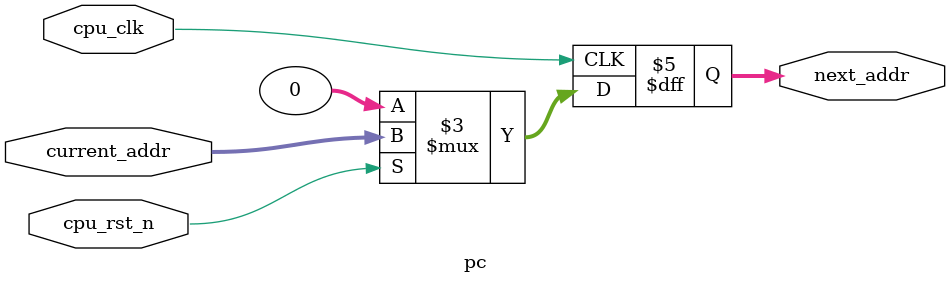
<source format=sv>
`timescale 1ns / 1ps


module pc(

    input cpu_clk,
    input cpu_rst_n,
    input [31:0] current_addr,
    output logic [31:0] next_addr
    
);
    always @(posedge cpu_clk) begin
    
       if(cpu_rst_n)
           next_addr <= current_addr;
       else 
           next_addr <= 0;
           
    end
    
endmodule

</source>
